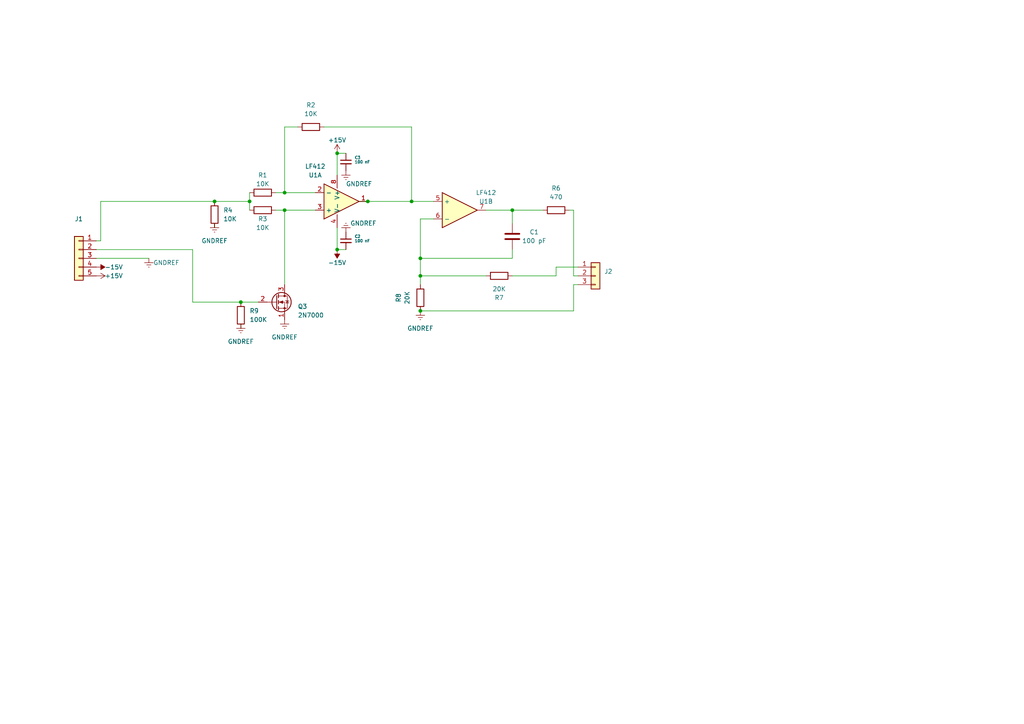
<source format=kicad_sch>
(kicad_sch (version 20211123) (generator eeschema)
  (paper "A4")
  (title_block (title "Peltier PID controller lab electronics ") (date "2022-01-06") (rev "1") (company "McGill University"))
  (lib_symbols
    (symbol "Connector_Generic:Conn_01x03" (pin_names (offset 1.016) hide)
      (property "Reference" "J" (at 0 5.08 0))
      (property "Value" "Conn_01x03" (at 0 -5.08 0))
      (symbol "Conn_01x03_1_1"
        (rectangle (start -1.27 -2.413) (end 0 -2.667) (stroke (width 0.1524)))
        (rectangle (start -1.27 0.127) (end 0 -0.127) (stroke (width 0.1524)))
        (rectangle (start -1.27 2.667) (end 0 2.413) (stroke (width 0.1524)))
        (rectangle (start -1.27 3.81) (end 1.27 -3.81) (stroke (width 0.254)) (fill (type background)))
        (pin passive line (at -5.08 2.54 0) (length 3.81) (name "Pin_1") (number "1"))
        (pin passive line (at -5.08 0 0) (length 3.81) (name "Pin_2") (number "2"))
        (pin passive line (at -5.08 -2.54 0) (length 3.81) (name "Pin_3") (number "3"))
      )
    )
    (symbol "Connector_Generic:Conn_01x05" (pin_names (offset 1.016) hide)
      (property "Reference" "J" (at 0 7.62 0))
      (property "Value" "Conn_01x05" (at 0 -7.62 0))
      (symbol "Conn_01x05_1_1"
        (rectangle (start -1.27 -4.953) (end 0 -5.207) (stroke (width 0.1524)))
        (rectangle (start -1.27 -2.413) (end 0 -2.667) (stroke (width 0.1524)))
        (rectangle (start -1.27 0.127) (end 0 -0.127) (stroke (width 0.1524)))
        (rectangle (start -1.27 2.667) (end 0 2.413) (stroke (width 0.1524)))
        (rectangle (start -1.27 5.207) (end 0 4.953) (stroke (width 0.1524)))
        (rectangle (start -1.27 6.35) (end 1.27 -6.35) (stroke (width 0.254)) (fill (type background)))
        (pin passive line (at -5.08 5.08 0) (length 3.81) (name "Pin_1") (number "1"))
        (pin passive line (at -5.08 2.54 0) (length 3.81) (name "Pin_2") (number "2"))
        (pin passive line (at -5.08 0 0) (length 3.81) (name "Pin_3") (number "3"))
        (pin passive line (at -5.08 -2.54 0) (length 3.81) (name "Pin_4") (number "4"))
        (pin passive line (at -5.08 -5.08 0) (length 3.81) (name "Pin_5") (number "5"))
      )
    )
    (symbol "Device:C" (pin_numbers hide) (pin_names (offset 0.254))
      (property "Reference" "C" (at 0.635 2.54 0))
      (property "Value" "C" (at 0.635 -2.54 0))
      (symbol "C_0_1"
        (polyline (pts (xy -2.032 -0.762) (xy 2.032 -0.762)) (stroke (width 0.508)))
        (polyline (pts (xy -2.032 0.762) (xy 2.032 0.762)) (stroke (width 0.508)))
      )
      (symbol "C_1_1"
        (pin passive line (at 0 3.81 270) (length 2.794) (name "~") (number "1"))
        (pin passive line (at 0 -3.81 90) (length 2.794) (name "~") (number "2"))
      )
    )
    (symbol "Device:C_Small" (pin_numbers hide) (pin_names (offset 0.254) hide)
      (property "Reference" "C" (at 0.254 1.778 0))
      (property "Value" "C_Small" (at 0.254 -2.032 0))
      (symbol "C_Small_0_1"
        (polyline (pts (xy -1.524 -0.508) (xy 1.524 -0.508)) (stroke (width 0.3302)))
        (polyline (pts (xy -1.524 0.508) (xy 1.524 0.508)) (stroke (width 0.3048)))
      )
      (symbol "C_Small_1_1"
        (pin passive line (at 0 2.54 270) (length 2.032) (name "~") (number "1"))
        (pin passive line (at 0 -2.54 90) (length 2.032) (name "~") (number "2"))
      )
    )
    (symbol "Device:Opamp_Dual"
      (property "Reference" "U" (at 0 5.08 0))
      (property "Value" "Opamp_Dual" (at 0 -5.08 0))
      (symbol "Opamp_Dual_1_1"
        (polyline (pts (xy -5.08 5.08) (xy 5.08 0) (xy -5.08 -5.08) (xy -5.08 5.08)) (stroke (width 0.254)) (fill (type background)))
        (pin output line (at 7.62 0 180) (length 2.54) (name "~") (number "1"))
        (pin input line (at -7.62 -2.54 0) (length 2.54) (name "-") (number "2"))
        (pin input line (at -7.62 2.54 0) (length 2.54) (name "+") (number "3"))
      )
      (symbol "Opamp_Dual_2_1"
        (polyline (pts (xy -5.08 5.08) (xy 5.08 0) (xy -5.08 -5.08) (xy -5.08 5.08)) (stroke (width 0.254)) (fill (type background)))
        (pin input line (at -7.62 2.54 0) (length 2.54) (name "+") (number "5"))
        (pin input line (at -7.62 -2.54 0) (length 2.54) (name "-") (number "6"))
        (pin output line (at 7.62 0 180) (length 2.54) (name "~") (number "7"))
      )
      (symbol "Opamp_Dual_3_1"
        (pin power_in line (at -2.54 -7.62 90) (length 3.81) (name "V-") (number "4"))
        (pin power_in line (at -2.54 7.62 270) (length 3.81) (name "V+") (number "8"))
      )
    )
    (symbol "Device:R" (pin_numbers hide) (pin_names (offset 0))
      (property "Reference" "R" (at 2.032 0 90))
      (property "Value" "R" (at 0 0 90))
      (symbol "R_0_1"
        (rectangle (start -1.016 -2.54) (end 1.016 2.54) (stroke (width 0.254)))
      )
      (symbol "R_1_1"
        (pin passive line (at 0 3.81 270) (length 1.27) (name "~") (number "1"))
        (pin passive line (at 0 -3.81 90) (length 1.27) (name "~") (number "2"))
      )
    )
    (symbol "Transistor_FET:2N7000" (pin_names hide)
      (property "Reference" "Q" (at 5.08 1.905 0))
      (property "Value" "2N7000" (at 5.08 0 0))
      (symbol "2N7000_0_1"
        (polyline (pts (xy 0.254 0) (xy -2.54 0)))
        (polyline (pts (xy 0.254 1.905) (xy 0.254 -1.905)) (stroke (width 0.254)))
        (polyline (pts (xy 0.762 -1.27) (xy 0.762 -2.286)) (stroke (width 0.254)))
        (polyline (pts (xy 0.762 0.508) (xy 0.762 -0.508)) (stroke (width 0.254)))
        (polyline (pts (xy 0.762 2.286) (xy 0.762 1.27)) (stroke (width 0.254)))
        (polyline (pts (xy 2.54 2.54) (xy 2.54 1.778)))
        (polyline (pts (xy 2.54 -2.54) (xy 2.54 0) (xy 0.762 0)))
        (polyline (pts (xy 0.762 -1.778) (xy 3.302 -1.778) (xy 3.302 1.778) (xy 0.762 1.778)))
        (polyline (pts (xy 1.016 0) (xy 2.032 0.381) (xy 2.032 -0.381) (xy 1.016 0)) (fill (type outline)))
        (polyline (pts (xy 2.794 0.508) (xy 2.921 0.381) (xy 3.683 0.381) (xy 3.81 0.254)))
        (polyline (pts (xy 3.302 0.381) (xy 2.921 -0.254) (xy 3.683 -0.254) (xy 3.302 0.381)))
        (circle (center 1.651 0) (radius 2.794) (stroke (width 0.254)))
        (circle (center 2.54 -1.778) (radius 0.254) (fill (type outline)))
        (circle (center 2.54 1.778) (radius 0.254) (fill (type outline)))
      )
      (symbol "2N7000_1_1"
        (pin passive line (at 2.54 -5.08 90) (length 2.54) (name "S") (number "1"))
        (pin input line (at -5.08 0 0) (length 2.54) (name "G") (number "2"))
        (pin passive line (at 2.54 5.08 270) (length 2.54) (name "D") (number "3"))
      )
    )
    (symbol "power:+15V" (power) (pin_names (offset 0))
      (property "Value" "+15V" (at 0 3.556 0))
      (symbol "+15V_0_1"
        (polyline (pts (xy -0.762 1.27) (xy 0 2.54)))
        (polyline (pts (xy 0 0) (xy 0 2.54)))
        (polyline (pts (xy 0 2.54) (xy 0.762 1.27)))
      )
      (symbol "+15V_1_1"
        (pin power_in line (at 0 0 90) (length 0) hide (name "+15V") (number "1"))
      )
    )
    (symbol "power:-15V" (power) (pin_names (offset 0))
      (property "Value" "-15V" (at 0 3.81 0))
      (symbol "-15V_0_0"
        (pin power_in line (at 0 0 90) (length 0) hide (name "-15V") (number "1"))
      )
      (symbol "-15V_0_1"
        (polyline (pts (xy 0 0) (xy 0 1.27) (xy 0.762 1.27) (xy 0 2.54) (xy -0.762 1.27) (xy 0 1.27)) (fill (type outline)))
      )
    )
    (symbol "power:GNDREF" (power) (pin_names (offset 0))
      (property "Value" "GNDREF" (at 0 -3.81 0))
      (symbol "GNDREF_0_1"
        (polyline (pts (xy -0.635 -1.905) (xy 0.635 -1.905)))
        (polyline (pts (xy -0.127 -2.54) (xy 0.127 -2.54)))
        (polyline (pts (xy 0 -1.27) (xy 0 0)))
        (polyline (pts (xy 1.27 -1.27) (xy -1.27 -1.27)))
      )
      (symbol "GNDREF_1_1"
        (pin power_in line (at 0 0 270) (length 0) hide (name "GNDREF") (number "1"))
      )
    )
  )
  (junction (at 72.39 58.42))
  (junction (at 82.55 60.96))
  (junction (at 82.55 55.88))
  (junction (at 97.79 44.45))
  (junction (at 97.79 72.39))
  (junction (at 119.38 58.42))
  (junction (at 121.92 74.93))
  (junction (at 69.85 87.63))
  (junction (at 148.59 60.96))
  (junction (at 106.68 58.42))
  (junction (at 121.92 80.01))
  (junction (at 62.23 58.42))
  (junction (at 121.92 90.17))
  (wire (pts (xy 121.92 80.01) (xy 121.92 82.55)))
  (wire (pts (xy 140.97 60.96) (xy 148.59 60.96)))
  (wire (pts (xy 55.88 72.39) (xy 55.88 87.63)))
  (wire (pts (xy 29.21 69.85) (xy 29.21 58.42)))
  (wire (pts (xy 104.14 58.42) (xy 106.68 58.42)))
  (wire (pts (xy 121.92 90.17) (xy 166.37 90.17)))
  (wire (pts (xy 161.29 77.47) (xy 167.64 77.47)))
  (wire (pts (xy 62.23 64.77) (xy 62.23 66.04)))
  (wire (pts (xy 69.85 87.63) (xy 74.93 87.63)))
  (wire (pts (xy 148.59 60.96) (xy 157.48 60.96)))
  (wire (pts (xy 166.37 80.01) (xy 167.64 80.01)))
  (wire (pts (xy 27.94 74.93) (xy 43.18 74.93)))
  (wire (pts (xy 121.92 63.5) (xy 125.73 63.5)))
  (wire (pts (xy 161.29 80.01) (xy 161.29 77.47)))
  (wire (pts (xy 121.92 74.93) (xy 121.92 80.01)))
  (wire (pts (xy 148.59 60.96) (xy 148.59 64.77)))
  (wire (pts (xy 97.79 44.45) (xy 97.79 50.8)))
  (wire (pts (xy 140.97 80.01) (xy 121.92 80.01)))
  (wire (pts (xy 121.92 63.5) (xy 121.92 74.93)))
  (wire (pts (xy 148.59 72.39) (xy 148.59 74.93)))
  (wire (pts (xy 27.94 72.39) (xy 55.88 72.39)))
  (wire (pts (xy 166.37 90.17) (xy 166.37 82.55)))
  (wire (pts (xy 29.21 58.42) (xy 62.23 58.42)))
  (wire (pts (xy 69.85 93.98) (xy 69.85 95.25)))
  (wire (pts (xy 27.94 69.85) (xy 29.21 69.85)))
  (wire (pts (xy 80.01 60.96) (xy 82.55 60.96)))
  (wire (pts (xy 82.55 60.96) (xy 82.55 82.55)))
  (wire (pts (xy 106.68 58.42) (xy 119.38 58.42)))
  (wire (pts (xy 72.39 58.42) (xy 72.39 60.96)))
  (wire (pts (xy 97.79 72.39) (xy 100.33 72.39)))
  (wire (pts (xy 82.55 36.83) (xy 82.55 55.88)))
  (wire (pts (xy 86.36 36.83) (xy 82.55 36.83)))
  (wire (pts (xy 119.38 36.83) (xy 119.38 58.42)))
  (wire (pts (xy 97.79 66.04) (xy 97.79 72.39)))
  (wire (pts (xy 72.39 55.88) (xy 72.39 58.42)))
  (wire (pts (xy 166.37 82.55) (xy 167.64 82.55)))
  (wire (pts (xy 97.79 44.45) (xy 100.33 44.45)))
  (wire (pts (xy 62.23 58.42) (xy 72.39 58.42)))
  (wire (pts (xy 148.59 74.93) (xy 121.92 74.93)))
  (wire (pts (xy 166.37 60.96) (xy 165.1 60.96)))
  (wire (pts (xy 82.55 55.88) (xy 91.44 55.88)))
  (wire (pts (xy 80.01 55.88) (xy 82.55 55.88)))
  (wire (pts (xy 55.88 87.63) (xy 69.85 87.63)))
  (wire (pts (xy 93.98 36.83) (xy 119.38 36.83)))
  (wire (pts (xy 166.37 60.96) (xy 166.37 80.01)))
  (wire (pts (xy 119.38 58.42) (xy 125.73 58.42)))
  (wire (pts (xy 148.59 80.01) (xy 161.29 80.01)))
  (wire (pts (xy 82.55 60.96) (xy 91.44 60.96)))
  (symbol (lib_id "power:GNDREF") (at 100.33 67.31 180) (unit 1)
    (property "Reference" "#PWR0103" (effects hide))
    (property "Value" "GNDREF" (at 101.6 64.77 0) (effects (justify right)))
  )
  (symbol (lib_id "Device:C") (at 148.59 68.58 0) (unit 1)
    (property "Reference" "C1" (at 154.94 67.31 0))
    (property "Value" "100 pF" (at 154.94 69.85 0))
    (property "Footprint" "Capacitor_THT:C_Axial_L3.8mm_D2.6mm_P7.50mm_Horizontal" (effects hide))
  )
  (symbol (lib_id "Device:R") (at 69.85 91.44 0) (unit 1)
    (property "Reference" "R9" (at 72.39 90.1699 0) (effects (justify left)))
    (property "Value" "100K" (at 72.39 92.7099 0) (effects (justify left)))
    (property "Footprint" "Resistor_THT:R_Axial_DIN0207_L6.3mm_D2.5mm_P15.24mm_Horizontal" (effects hide))
  )
  (symbol (lib_id "Device:Opamp_Dual") (at 99.06 58.42 0) (mirror x) (unit 1)
    (property "Reference" "U1" (at 91.44 50.8 0))
    (property "Value" "LF412" (at 91.44 48.26 0))
    (property "Footprint" "Package_DIP:DIP-8_W10.16mm_LongPads" (effects hide))
  )
  (symbol (lib_id "power:GNDREF") (at 69.85 93.98 0) (unit 1)
    (property "Reference" "#PWR?" (effects hide))
    (property "Value" "GNDREF" (at 69.85 99.06 0))
  )
  (symbol (lib_id "power:-15V") (at 97.79 72.39 180) (unit 1)
    (property "Reference" "#PWR0109" (effects hide))
    (property "Value" "-15V" (at 97.79 76.2 0))
  )
  (symbol (lib_id "Device:Opamp_Dual") (at 100.33 58.42 0) (unit 3)
    (property "Reference" "U1" (effects hide))
    (property "Value" "LF412" (effects hide))
    (property "Footprint" "Package_DIP:DIP-8_W10.16mm_LongPads" (effects hide))
  )
  (symbol (lib_id "power:GNDREF") (at 62.23 64.77 0) (unit 1)
    (property "Reference" "#PWR0107" (effects hide))
    (property "Value" "GNDREF" (at 62.23 69.85 0))
  )
  (symbol (lib_id "Device:Opamp_Dual") (at 133.35 60.96 0) (unit 2)
    (property "Reference" "U1" (at 140.97 58.42 0))
    (property "Value" "LF412" (at 140.97 55.88 0))
    (property "Footprint" "Package_DIP:DIP-8_W10.16mm_LongPads" (effects hide))
  )
  (symbol (lib_id "Device:R") (at 121.92 86.36 0) (mirror y) (unit 1)
    (property "Reference" "R8" (at 115.57 86.36 90))
    (property "Value" "20K" (at 118.11 86.36 90))
    (property "Footprint" "Resistor_THT:R_Axial_DIN0207_L6.3mm_D2.5mm_P15.24mm_Horizontal" (effects hide))
  )
  (symbol (lib_id "power:GNDREF") (at 121.92 90.17 0) (unit 1)
    (property "Reference" "#PWR0106" (effects hide))
    (property "Value" "GNDREF" (at 121.92 95.25 0))
  )
  (symbol (lib_id "Device:R") (at 161.29 60.96 90) (unit 1)
    (property "Reference" "R6" (at 161.29 54.61 90))
    (property "Value" "470" (at 161.29 57.15 90))
    (property "Footprint" "Resistor_THT:R_Axial_DIN0207_L6.3mm_D2.5mm_P15.24mm_Horizontal" (effects hide))
  )
  (symbol (lib_id "Device:R") (at 144.78 80.01 90) (mirror x) (unit 1)
    (property "Reference" "R7" (at 144.78 86.36 90))
    (property "Value" "20K" (at 144.78 83.82 90))
    (property "Footprint" "Resistor_THT:R_Axial_DIN0207_L6.3mm_D2.5mm_P15.24mm_Horizontal" (effects hide))
  )
  (symbol (lib_id "Device:C_Small") (at 100.33 69.85 0) (unit 1)
    (property "Reference" "C2" (at 102.87 68.5738 0) (effects (font (size 0.8 0.8)) (justify left)))
    (property "Value" "100 nF" (at 102.87 69.85 0) (effects (font (size 0.8 0.8)) (justify left)))
    (property "Footprint" "Capacitor_THT:C_Axial_L3.8mm_D2.6mm_P7.50mm_Horizontal" (effects hide))
  )
  (symbol (lib_id "power:+15V") (at 97.79 44.45 0) (unit 1)
    (property "Reference" "#PWR0112" (effects hide))
    (property "Value" "+15V" (at 97.79 40.64 0))
  )
  (symbol (lib_id "Connector_Generic:Conn_01x03") (at 172.72 80.01 0) (unit 1)
    (property "Reference" "J2" (at 175.26 78.7399 0) (effects (justify left)))
    (property "Value" "Conn_01x03" (effects hide))
    (property "Footprint" "KiCAD_footprints:1935174" (effects hide))
  )
  (symbol (lib_id "Device:R") (at 76.2 55.88 90) (unit 1)
    (property "Reference" "R1" (at 76.2 50.8 90))
    (property "Value" "10K" (at 76.2 53.34 90))
    (property "Footprint" "Resistor_THT:R_Axial_DIN0207_L6.3mm_D2.5mm_P15.24mm_Horizontal" (effects hide))
  )
  (symbol (lib_id "Transistor_FET:2N7000") (at 80.01 87.63 0) (unit 1)
    (property "Reference" "Q3" (at 86.36 88.9 0) (effects (justify left)))
    (property "Value" "2N7000" (at 86.36 91.44 0) (effects (justify left)))
    (property "Footprint" "Package_TO_SOT_THT:TO-92_Inline" (effects hide))
    (property "Datasheet" "https://www.onsemi.com/pub/Collateral/NDS7002A-D.PDF" (effects hide))
  )
  (symbol (lib_id "power:GNDREF") (at 100.33 49.53 0) (unit 1)
    (property "Reference" "#PWR0101" (effects hide))
    (property "Value" "GNDREF" (at 104.14 53.34 0))
  )
  (symbol (lib_id "Device:R") (at 62.23 62.23 0) (unit 1)
    (property "Reference" "R4" (at 64.77 60.9599 0) (effects (justify left)))
    (property "Value" "10K" (at 64.77 63.4999 0) (effects (justify left)))
    (property "Footprint" "Resistor_THT:R_Axial_DIN0207_L6.3mm_D2.5mm_P15.24mm_Horizontal" (effects hide))
  )
  (symbol (lib_id "power:GNDREF") (at 43.18 74.93 0) (unit 1)
    (property "Reference" "#PWR0102" (effects hide))
    (property "Value" "GNDREF" (at 48.26 76.2 0))
  )
  (symbol (lib_id "power:-15V") (at 27.94 77.47 270) (unit 1)
    (property "Reference" "#PWR0105" (effects hide))
    (property "Value" "-15V" (at 33.02 77.47 90))
  )
  (symbol (lib_id "Device:R") (at 90.17 36.83 90) (unit 1)
    (property "Reference" "R2" (at 90.17 30.48 90))
    (property "Value" "10K" (at 90.17 33.02 90))
    (property "Footprint" "Resistor_THT:R_Axial_DIN0207_L6.3mm_D2.5mm_P15.24mm_Horizontal" (effects hide))
  )
  (symbol (lib_id "power:+15V") (at 27.94 80.01 270) (unit 1)
    (property "Reference" "#PWR0108" (effects hide))
    (property "Value" "+15V" (at 33.02 80.01 90))
  )
  (symbol (lib_id "power:GNDREF") (at 82.55 92.71 0) (unit 1)
    (property "Reference" "#PWR0110" (effects hide))
    (property "Value" "GNDREF" (at 82.55 97.79 0))
  )
  (symbol (lib_id "Device:C_Small") (at 100.33 46.99 0) (unit 1)
    (property "Reference" "C3" (at 102.87 45.7138 0) (effects (font (size 0.8 0.8)) (justify left)))
    (property "Value" "100 nF" (at 102.87 46.99 0) (effects (font (size 0.8 0.8)) (justify left)))
    (property "Footprint" "Capacitor_THT:C_Axial_L3.8mm_D2.6mm_P7.50mm_Horizontal" (effects hide))
  )
  (symbol (lib_id "Connector_Generic:Conn_01x05") (at 22.86 74.93 0) (mirror y) (unit 1)
    (property "Reference" "J1" (at 22.86 63.5 0))
    (property "Value" "Conn_01x05" (effects hide))
    (property "Footprint" "KiCAD_footprints:1935190" (effects hide))
  )
  (symbol (lib_id "Device:R") (at 76.2 60.96 90) (unit 1)
    (property "Reference" "R3" (at 76.2 63.5 90))
    (property "Value" "10K" (at 76.2 66.04 90))
    (property "Footprint" "Resistor_THT:R_Axial_DIN0207_L6.3mm_D2.5mm_P15.24mm_Horizontal" (effects hide))
  )
)
</source>
